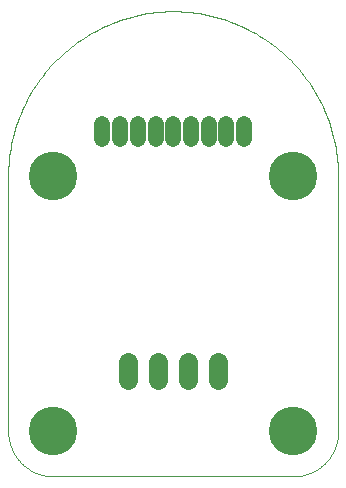
<source format=gbs>
G75*
%MOIN*%
%OFA0B0*%
%FSLAX25Y25*%
%IPPOS*%
%LPD*%
%AMOC8*
5,1,8,0,0,1.08239X$1,22.5*
%
%ADD10C,0.06337*%
%ADD11C,0.00000*%
%ADD12C,0.16211*%
%ADD13C,0.05400*%
D10*
X0046400Y0051037D02*
X0046400Y0056974D01*
X0056400Y0056974D02*
X0056400Y0051037D01*
X0066400Y0051037D02*
X0066400Y0056974D01*
X0076400Y0056974D02*
X0076400Y0051037D01*
D11*
X0006400Y0034006D02*
X0006400Y0119006D01*
X0006400Y0034006D02*
X0006404Y0033644D01*
X0006418Y0033281D01*
X0006439Y0032919D01*
X0006470Y0032558D01*
X0006509Y0032198D01*
X0006557Y0031839D01*
X0006614Y0031481D01*
X0006679Y0031124D01*
X0006753Y0030769D01*
X0006836Y0030416D01*
X0006927Y0030065D01*
X0007026Y0029717D01*
X0007134Y0029371D01*
X0007250Y0029027D01*
X0007375Y0028687D01*
X0007507Y0028350D01*
X0007648Y0028016D01*
X0007797Y0027685D01*
X0007954Y0027358D01*
X0008118Y0027035D01*
X0008290Y0026716D01*
X0008470Y0026402D01*
X0008658Y0026091D01*
X0008853Y0025786D01*
X0009055Y0025485D01*
X0009265Y0025189D01*
X0009481Y0024899D01*
X0009705Y0024613D01*
X0009935Y0024333D01*
X0010172Y0024059D01*
X0010416Y0023791D01*
X0010666Y0023528D01*
X0010922Y0023272D01*
X0011185Y0023022D01*
X0011453Y0022778D01*
X0011727Y0022541D01*
X0012007Y0022311D01*
X0012293Y0022087D01*
X0012583Y0021871D01*
X0012879Y0021661D01*
X0013180Y0021459D01*
X0013485Y0021264D01*
X0013796Y0021076D01*
X0014110Y0020896D01*
X0014429Y0020724D01*
X0014752Y0020560D01*
X0015079Y0020403D01*
X0015410Y0020254D01*
X0015744Y0020113D01*
X0016081Y0019981D01*
X0016421Y0019856D01*
X0016765Y0019740D01*
X0017111Y0019632D01*
X0017459Y0019533D01*
X0017810Y0019442D01*
X0018163Y0019359D01*
X0018518Y0019285D01*
X0018875Y0019220D01*
X0019233Y0019163D01*
X0019592Y0019115D01*
X0019952Y0019076D01*
X0020313Y0019045D01*
X0020675Y0019024D01*
X0021038Y0019010D01*
X0021400Y0019006D01*
X0101400Y0019006D01*
X0101762Y0019010D01*
X0102125Y0019024D01*
X0102487Y0019045D01*
X0102848Y0019076D01*
X0103208Y0019115D01*
X0103567Y0019163D01*
X0103925Y0019220D01*
X0104282Y0019285D01*
X0104637Y0019359D01*
X0104990Y0019442D01*
X0105341Y0019533D01*
X0105689Y0019632D01*
X0106035Y0019740D01*
X0106379Y0019856D01*
X0106719Y0019981D01*
X0107056Y0020113D01*
X0107390Y0020254D01*
X0107721Y0020403D01*
X0108048Y0020560D01*
X0108371Y0020724D01*
X0108690Y0020896D01*
X0109004Y0021076D01*
X0109315Y0021264D01*
X0109620Y0021459D01*
X0109921Y0021661D01*
X0110217Y0021871D01*
X0110507Y0022087D01*
X0110793Y0022311D01*
X0111073Y0022541D01*
X0111347Y0022778D01*
X0111615Y0023022D01*
X0111878Y0023272D01*
X0112134Y0023528D01*
X0112384Y0023791D01*
X0112628Y0024059D01*
X0112865Y0024333D01*
X0113095Y0024613D01*
X0113319Y0024899D01*
X0113535Y0025189D01*
X0113745Y0025485D01*
X0113947Y0025786D01*
X0114142Y0026091D01*
X0114330Y0026402D01*
X0114510Y0026716D01*
X0114682Y0027035D01*
X0114846Y0027358D01*
X0115003Y0027685D01*
X0115152Y0028016D01*
X0115293Y0028350D01*
X0115425Y0028687D01*
X0115550Y0029027D01*
X0115666Y0029371D01*
X0115774Y0029717D01*
X0115873Y0030065D01*
X0115964Y0030416D01*
X0116047Y0030769D01*
X0116121Y0031124D01*
X0116186Y0031481D01*
X0116243Y0031839D01*
X0116291Y0032198D01*
X0116330Y0032558D01*
X0116361Y0032919D01*
X0116382Y0033281D01*
X0116396Y0033644D01*
X0116400Y0034006D01*
X0116400Y0119006D01*
X0116384Y0120345D01*
X0116335Y0121684D01*
X0116253Y0123021D01*
X0116139Y0124355D01*
X0115993Y0125687D01*
X0115814Y0127014D01*
X0115603Y0128337D01*
X0115359Y0129654D01*
X0115084Y0130965D01*
X0114777Y0132268D01*
X0114438Y0133564D01*
X0114068Y0134851D01*
X0113667Y0136129D01*
X0113234Y0137397D01*
X0112771Y0138654D01*
X0112277Y0139899D01*
X0111753Y0141132D01*
X0111200Y0142351D01*
X0110616Y0143557D01*
X0110004Y0144748D01*
X0109363Y0145924D01*
X0108693Y0147084D01*
X0107995Y0148227D01*
X0107270Y0149353D01*
X0106517Y0150461D01*
X0105738Y0151551D01*
X0104932Y0152621D01*
X0104101Y0153671D01*
X0103244Y0154700D01*
X0102362Y0155709D01*
X0101457Y0156695D01*
X0100527Y0157659D01*
X0099574Y0158601D01*
X0098599Y0159519D01*
X0097601Y0160412D01*
X0096582Y0161282D01*
X0095542Y0162126D01*
X0094482Y0162944D01*
X0093402Y0163737D01*
X0092304Y0164503D01*
X0091186Y0165242D01*
X0090052Y0165954D01*
X0088900Y0166637D01*
X0087732Y0167293D01*
X0086548Y0167920D01*
X0085350Y0168518D01*
X0084137Y0169086D01*
X0082911Y0169625D01*
X0081672Y0170134D01*
X0080421Y0170612D01*
X0079158Y0171060D01*
X0077886Y0171477D01*
X0076603Y0171863D01*
X0075311Y0172218D01*
X0074011Y0172541D01*
X0072704Y0172832D01*
X0071390Y0173091D01*
X0070070Y0173318D01*
X0068745Y0173513D01*
X0067415Y0173676D01*
X0066082Y0173806D01*
X0064747Y0173904D01*
X0063409Y0173969D01*
X0062070Y0174002D01*
X0060730Y0174002D01*
X0059391Y0173969D01*
X0058053Y0173904D01*
X0056718Y0173806D01*
X0055385Y0173676D01*
X0054055Y0173513D01*
X0052730Y0173318D01*
X0051410Y0173091D01*
X0050096Y0172832D01*
X0048789Y0172541D01*
X0047489Y0172218D01*
X0046197Y0171863D01*
X0044914Y0171477D01*
X0043642Y0171060D01*
X0042379Y0170612D01*
X0041128Y0170134D01*
X0039889Y0169625D01*
X0038663Y0169086D01*
X0037450Y0168518D01*
X0036252Y0167920D01*
X0035068Y0167293D01*
X0033900Y0166637D01*
X0032748Y0165954D01*
X0031614Y0165242D01*
X0030496Y0164503D01*
X0029398Y0163737D01*
X0028318Y0162944D01*
X0027258Y0162126D01*
X0026218Y0161282D01*
X0025199Y0160412D01*
X0024201Y0159519D01*
X0023226Y0158601D01*
X0022273Y0157659D01*
X0021343Y0156695D01*
X0020438Y0155709D01*
X0019556Y0154700D01*
X0018699Y0153671D01*
X0017868Y0152621D01*
X0017062Y0151551D01*
X0016283Y0150461D01*
X0015530Y0149353D01*
X0014805Y0148227D01*
X0014107Y0147084D01*
X0013437Y0145924D01*
X0012796Y0144748D01*
X0012184Y0143557D01*
X0011600Y0142351D01*
X0011047Y0141132D01*
X0010523Y0139899D01*
X0010029Y0138654D01*
X0009566Y0137397D01*
X0009133Y0136129D01*
X0008732Y0134851D01*
X0008362Y0133564D01*
X0008023Y0132268D01*
X0007716Y0130965D01*
X0007441Y0129654D01*
X0007197Y0128337D01*
X0006986Y0127014D01*
X0006807Y0125687D01*
X0006661Y0124355D01*
X0006547Y0123021D01*
X0006465Y0121684D01*
X0006416Y0120345D01*
X0006400Y0119006D01*
D12*
X0021400Y0119006D03*
X0021400Y0034006D03*
X0101400Y0034006D03*
X0101400Y0119006D03*
D13*
X0085022Y0131506D02*
X0085022Y0136506D01*
X0079117Y0136506D02*
X0079117Y0131506D01*
X0073211Y0131506D02*
X0073211Y0136506D01*
X0067306Y0136506D02*
X0067306Y0131506D01*
X0061400Y0131506D02*
X0061400Y0136506D01*
X0055494Y0136506D02*
X0055494Y0131506D01*
X0049589Y0131506D02*
X0049589Y0136506D01*
X0043683Y0136506D02*
X0043683Y0131506D01*
X0037778Y0131506D02*
X0037778Y0136506D01*
M02*

</source>
